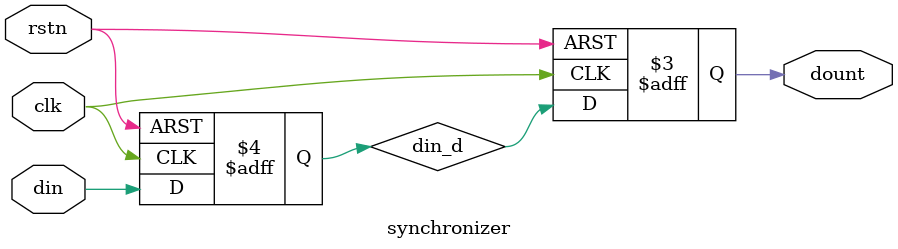
<source format=v>


module synchronizer( 
    input  rstn,
    input  clk,
	
    input  din,

    output reg dount
);

reg din_d;

always @(posedge clk or negedge rstn) begin
      if(!rstn) begin
         din_d <= 0;
         dount <= 0;
      end else begin
		           din_d <= din;
		           dount <= din_d;
			   end
   end


endmodule


</source>
